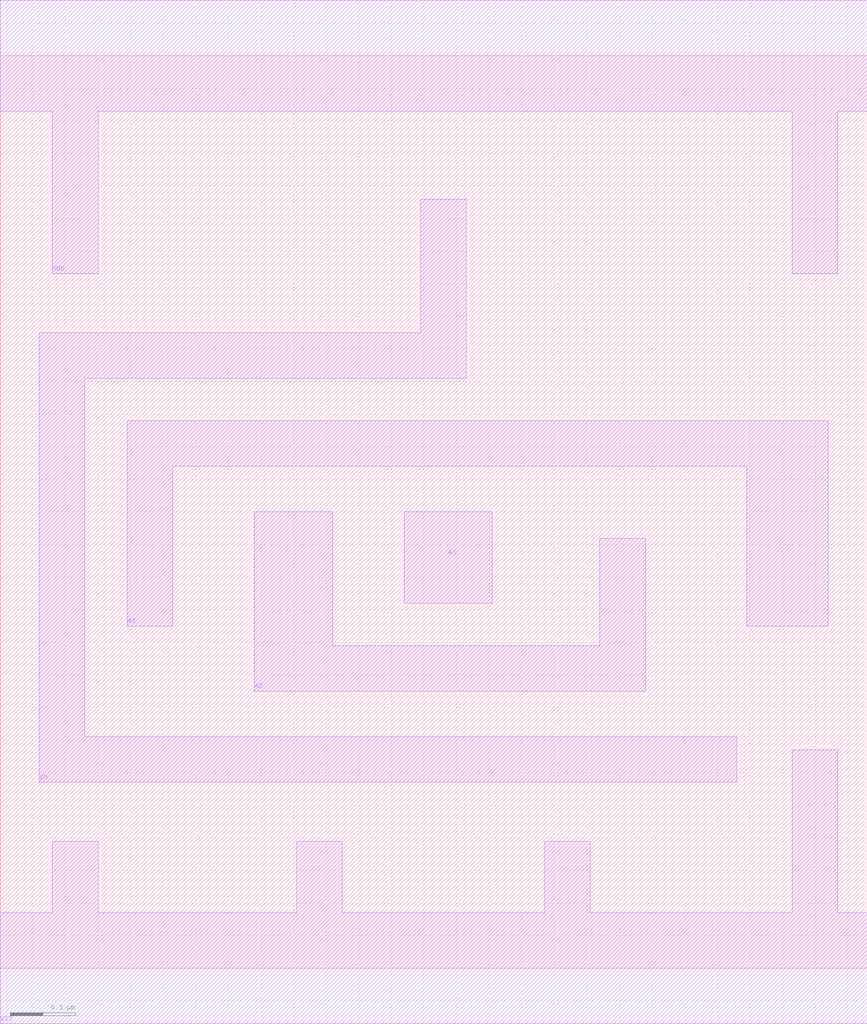
<source format=lef>
# 
# ******************************************************************************
# *                                                                            *
# *                   Copyright (C) 2004-2010, Nangate Inc.                    *
# *                           All rights reserved.                             *
# *                                                                            *
# * Nangate and the Nangate logo are trademarks of Nangate Inc.                *
# *                                                                            *
# * All trademarks, logos, software marks, and trade names (collectively the   *
# * "Marks") in this program are proprietary to Nangate or other respective    *
# * owners that have granted Nangate the right and license to use such Marks.  *
# * You are not permitted to use the Marks without the prior written consent   *
# * of Nangate or such third party that may own the Marks.                     *
# *                                                                            *
# * This file has been provided pursuant to a License Agreement containing     *
# * restrictions on its use. This file contains valuable trade secrets and     *
# * proprietary information of Nangate Inc., and is protected by U.S. and      *
# * international laws and/or treaties.                                        *
# *                                                                            *
# * The copyright notice(s) in this file does not indicate actual or intended  *
# * publication of this file.                                                  *
# *                                                                            *
# *     NGLibraryCreator, v2010.08-HR32-SP3-2010-08-05 - build 1009061800      *
# *                                                                            *
# ******************************************************************************
# 
# 
# Running on brazil06.nangate.com.br for user Giancarlo Franciscatto (gfr).
# Local time is now Fri, 3 Dec 2010, 19:32:18.
# Main process id is 27821.

VERSION 5.6 ;
BUSBITCHARS "[]" ;
DIVIDERCHAR "/" ;

MACRO NOR3_X2
  CLASS core ;
  FOREIGN NOR3_X2 0.0 0.0 ;
  ORIGIN 0 0 ;
  SYMMETRY X Y ;
  SITE FreePDK45_38x28_10R_NP_162NW_34O ;
  SIZE 1.33 BY 1.4 ;
  PIN A1
    DIRECTION INPUT ;
    ANTENNAPARTIALMETALAREA 0.0189 LAYER metal1 ;
    ANTENNAPARTIALMETALSIDEAREA 0.0715 LAYER metal1 ;
    ANTENNAGATEAREA 0.1045 ;
    PORT
      LAYER metal1 ;
        POLYGON 0.62 0.56 0.755 0.56 0.755 0.7 0.62 0.7  ;
    END
  END A1
  PIN A2
    DIRECTION INPUT ;
    ANTENNAPARTIALMETALAREA 0.07815 LAYER metal1 ;
    ANTENNAPARTIALMETALSIDEAREA 0.2704 LAYER metal1 ;
    ANTENNAGATEAREA 0.1045 ;
    PORT
      LAYER metal1 ;
        POLYGON 0.39 0.425 0.99 0.425 0.99 0.66 0.92 0.66 0.92 0.495 0.51 0.495 0.51 0.7 0.39 0.7  ;
    END
  END A2
  PIN A3
    DIRECTION INPUT ;
    ANTENNAPARTIALMETALAREA 0.123025 LAYER metal1 ;
    ANTENNAPARTIALMETALSIDEAREA 0.4251 LAYER metal1 ;
    ANTENNAGATEAREA 0.1045 ;
    PORT
      LAYER metal1 ;
        POLYGON 0.195 0.525 0.265 0.525 0.265 0.77 1.145 0.77 1.145 0.525 1.27 0.525 1.27 0.84 0.195 0.84  ;
    END
  END A3
  PIN ZN
    DIRECTION OUTPUT ;
    ANTENNAPARTIALMETALAREA 0.1736 LAYER metal1 ;
    ANTENNAPARTIALMETALSIDEAREA 0.663 LAYER metal1 ;
    ANTENNADIFFAREA 0.2625 ;
    PORT
      LAYER metal1 ;
        POLYGON 0.06 0.285 1.13 0.285 1.13 0.355 0.13 0.355 0.13 0.905 0.715 0.905 0.715 1.18 0.645 1.18 0.645 0.975 0.06 0.975  ;
    END
  END ZN
  PIN VDD
    DIRECTION INOUT ;
    USE power ;
    SHAPE ABUTMENT ;
    PORT
      LAYER metal1 ;
        POLYGON 0 1.315 0.08 1.315 0.08 1.065 0.15 1.065 0.15 1.315 1.215 1.315 1.215 1.065 1.285 1.065 1.285 1.315 1.33 1.315 1.33 1.485 0 1.485  ;
    END
  END VDD
  PIN VSS
    DIRECTION INOUT ;
    USE ground ;
    SHAPE ABUTMENT ;
    PORT
      LAYER metal1 ;
        POLYGON 0 -0.085 1.33 -0.085 1.33 0.085 1.285 0.085 1.285 0.335 1.215 0.335 1.215 0.085 0.905 0.085 0.905 0.195 0.835 0.195 0.835 0.085 0.525 0.085 0.525 0.195 0.455 0.195 0.455 0.085 0.15 0.085 0.15 0.195 0.08 0.195 0.08 0.085 0 0.085  ;
    END
  END VSS
END NOR3_X2

END LIBRARY
#
# End of file
#

</source>
